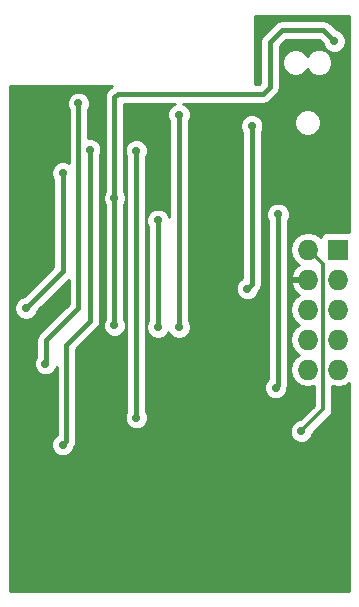
<source format=gbr>
G04 #@! TF.FileFunction,Copper,L2,Bot,Signal*
%FSLAX46Y46*%
G04 Gerber Fmt 4.6, Leading zero omitted, Abs format (unit mm)*
G04 Created by KiCad (PCBNEW 4.0.2-stable) date 20.4.2016 10:49:14*
%MOMM*%
G01*
G04 APERTURE LIST*
%ADD10C,0.050000*%
%ADD11R,1.727200X1.727200*%
%ADD12O,1.727200X1.727200*%
%ADD13C,0.711200*%
%ADD14C,0.406400*%
%ADD15C,0.304800*%
%ADD16C,0.254000*%
G04 APERTURE END LIST*
D10*
D11*
X87632170Y-147957160D03*
D12*
X85092170Y-147957160D03*
X87632170Y-150497160D03*
X85092170Y-150497160D03*
X87632170Y-153037160D03*
X85092170Y-153037160D03*
X87632170Y-155577160D03*
X85092170Y-155577160D03*
X87632170Y-158117160D03*
X85092170Y-158117160D03*
D13*
X65661170Y-135574660D03*
X62867170Y-157609160D03*
X66613670Y-139511660D03*
X64327670Y-164467160D03*
X64327670Y-141480160D03*
X61216170Y-152910160D03*
X82552170Y-144972660D03*
X82361670Y-159641160D03*
X70550670Y-162181160D03*
X70550670Y-139575160D03*
X74170170Y-136527160D03*
X74170170Y-154497660D03*
X84520670Y-163324160D03*
X68709170Y-143575660D03*
X87314670Y-130304160D03*
X68709170Y-154370660D03*
X72392170Y-145480660D03*
X72392170Y-154497660D03*
X80329670Y-137479660D03*
X79948670Y-151259160D03*
D14*
X65661170Y-152910160D02*
X65661170Y-135574660D01*
X62930670Y-155640660D02*
X65661170Y-152910160D01*
X62930670Y-157545660D02*
X62930670Y-155640660D01*
X62867170Y-157609160D02*
X62930670Y-157545660D01*
X64645170Y-156021660D02*
X66677170Y-153989660D01*
X66677170Y-139575160D02*
X66613670Y-139511660D01*
X66677170Y-153989660D02*
X66677170Y-139575160D01*
X64645170Y-164149660D02*
X64645170Y-156021660D01*
X64327670Y-164467160D02*
X64645170Y-164149660D01*
X64327670Y-149798660D02*
X64327670Y-141480160D01*
X61216170Y-152910160D02*
X64327670Y-149798660D01*
X82552170Y-159450660D02*
X82552170Y-144972660D01*
X82361670Y-159641160D02*
X82552170Y-159450660D01*
X70550670Y-162181160D02*
X70423670Y-162181160D01*
X70423670Y-162181160D02*
X70550670Y-162181160D01*
X70550670Y-162181160D02*
X70550670Y-139575160D01*
X74170170Y-154497660D02*
X74170170Y-136527160D01*
X85092170Y-147957160D02*
X85155670Y-147957160D01*
D15*
X85155670Y-147957160D02*
X86362170Y-149163660D01*
X86362170Y-161482660D02*
X84520670Y-163324160D01*
X86362170Y-149163660D02*
X86362170Y-161482660D01*
D14*
X68709170Y-143575660D02*
X68645670Y-143575660D01*
X68645670Y-143575660D02*
X68709170Y-143575660D01*
X86362170Y-129351660D02*
X87314670Y-130304160D01*
X82869670Y-129351660D02*
X86362170Y-129351660D01*
X81853670Y-130367660D02*
X82869670Y-129351660D01*
X81853670Y-134177660D02*
X81853670Y-130367660D01*
X81282170Y-134749160D02*
X81853670Y-134177660D01*
X69026670Y-134749160D02*
X81282170Y-134749160D01*
X68709170Y-135066660D02*
X69026670Y-134749160D01*
X68709170Y-154370660D02*
X68709170Y-143575660D01*
X68709170Y-143575660D02*
X68709170Y-135066660D01*
X72392170Y-154497660D02*
X72392170Y-145480660D01*
X80329670Y-150878160D02*
X80329670Y-137479660D01*
X79948670Y-151259160D02*
X80329670Y-150878160D01*
D16*
G36*
X88598170Y-146466857D02*
X88495770Y-146446120D01*
X86768570Y-146446120D01*
X86533253Y-146490398D01*
X86317129Y-146629470D01*
X86172139Y-146841670D01*
X86163262Y-146885505D01*
X85695018Y-146572634D01*
X85121529Y-146458560D01*
X85062811Y-146458560D01*
X84489322Y-146572634D01*
X84003141Y-146897490D01*
X83678285Y-147383671D01*
X83564211Y-147957160D01*
X83678285Y-148530649D01*
X84003141Y-149016830D01*
X84326398Y-149232824D01*
X84203680Y-149290339D01*
X83809482Y-149722213D01*
X83637212Y-150138134D01*
X83758353Y-150370160D01*
X84965170Y-150370160D01*
X84965170Y-150350160D01*
X85219170Y-150350160D01*
X85219170Y-150370160D01*
X85239170Y-150370160D01*
X85239170Y-150624160D01*
X85219170Y-150624160D01*
X85219170Y-150644160D01*
X84965170Y-150644160D01*
X84965170Y-150624160D01*
X83758353Y-150624160D01*
X83637212Y-150856186D01*
X83809482Y-151272107D01*
X84203680Y-151703981D01*
X84326398Y-151761496D01*
X84003141Y-151977490D01*
X83678285Y-152463671D01*
X83564211Y-153037160D01*
X83678285Y-153610649D01*
X84003141Y-154096830D01*
X84317922Y-154307160D01*
X84003141Y-154517490D01*
X83678285Y-155003671D01*
X83564211Y-155577160D01*
X83678285Y-156150649D01*
X84003141Y-156636830D01*
X84317922Y-156847160D01*
X84003141Y-157057490D01*
X83678285Y-157543671D01*
X83564211Y-158117160D01*
X83678285Y-158690649D01*
X84003141Y-159176830D01*
X84489322Y-159501686D01*
X85062811Y-159615760D01*
X85121529Y-159615760D01*
X85574770Y-159525605D01*
X85574770Y-161156508D01*
X84397826Y-162333452D01*
X84324492Y-162333388D01*
X83960273Y-162483881D01*
X83681370Y-162762298D01*
X83530242Y-163126253D01*
X83529898Y-163520338D01*
X83680391Y-163884557D01*
X83958808Y-164163460D01*
X84322763Y-164314588D01*
X84716848Y-164314932D01*
X85081067Y-164164439D01*
X85359970Y-163886022D01*
X85511098Y-163522067D01*
X85511163Y-163447219D01*
X86918946Y-162039436D01*
X87089633Y-161783985D01*
X87149570Y-161482660D01*
X87149570Y-159525605D01*
X87602811Y-159615760D01*
X87661529Y-159615760D01*
X88235018Y-159501686D01*
X88598170Y-159259035D01*
X88598170Y-176863160D01*
X59869170Y-176863160D01*
X59869170Y-153106338D01*
X60225398Y-153106338D01*
X60375891Y-153470557D01*
X60654308Y-153749460D01*
X61018263Y-153900588D01*
X61412348Y-153900932D01*
X61776567Y-153750439D01*
X62055470Y-153472022D01*
X62206598Y-153108067D01*
X62206601Y-153105123D01*
X64822970Y-150488754D01*
X64822970Y-152562966D01*
X62337973Y-155047963D01*
X62156274Y-155319894D01*
X62152685Y-155337939D01*
X62092470Y-155640660D01*
X62092470Y-156982811D01*
X62027870Y-157047298D01*
X61876742Y-157411253D01*
X61876398Y-157805338D01*
X62026891Y-158169557D01*
X62305308Y-158448460D01*
X62669263Y-158599588D01*
X63063348Y-158599932D01*
X63427567Y-158449439D01*
X63706470Y-158171022D01*
X63806970Y-157928992D01*
X63806970Y-163610478D01*
X63767273Y-163626881D01*
X63488370Y-163905298D01*
X63337242Y-164269253D01*
X63336898Y-164663338D01*
X63487391Y-165027557D01*
X63765808Y-165306460D01*
X64129763Y-165457588D01*
X64523848Y-165457932D01*
X64888067Y-165307439D01*
X65166970Y-165029022D01*
X65318098Y-164665067D01*
X65318135Y-164622227D01*
X65419566Y-164470425D01*
X65483370Y-164149660D01*
X65483370Y-156368854D01*
X67269867Y-154582357D01*
X67451566Y-154310426D01*
X67515370Y-153989660D01*
X67515370Y-139923247D01*
X67604098Y-139709567D01*
X67604442Y-139315482D01*
X67453949Y-138951263D01*
X67175532Y-138672360D01*
X66811577Y-138521232D01*
X66499370Y-138520959D01*
X66499370Y-136137620D01*
X66500470Y-136136522D01*
X66651598Y-135772567D01*
X66651942Y-135378482D01*
X66501449Y-135014263D01*
X66223032Y-134735360D01*
X65859077Y-134584232D01*
X65464992Y-134583888D01*
X65100773Y-134734381D01*
X64821870Y-135012798D01*
X64670742Y-135376753D01*
X64670398Y-135770838D01*
X64820891Y-136135057D01*
X64822970Y-136137140D01*
X64822970Y-140613221D01*
X64525577Y-140489732D01*
X64131492Y-140489388D01*
X63767273Y-140639881D01*
X63488370Y-140918298D01*
X63337242Y-141282253D01*
X63336898Y-141676338D01*
X63487391Y-142040557D01*
X63489470Y-142042640D01*
X63489470Y-149451466D01*
X61021547Y-151919389D01*
X61019992Y-151919388D01*
X60655773Y-152069881D01*
X60376870Y-152348298D01*
X60225742Y-152712253D01*
X60225398Y-153106338D01*
X59869170Y-153106338D01*
X59869170Y-134114160D01*
X68497284Y-134114160D01*
X68433973Y-134156463D01*
X68116473Y-134473963D01*
X67934774Y-134745894D01*
X67929908Y-134770357D01*
X67870970Y-135066660D01*
X67870970Y-143012700D01*
X67869870Y-143013798D01*
X67718742Y-143377753D01*
X67718398Y-143771838D01*
X67868891Y-144136057D01*
X67870970Y-144138140D01*
X67870970Y-153807700D01*
X67869870Y-153808798D01*
X67718742Y-154172753D01*
X67718398Y-154566838D01*
X67868891Y-154931057D01*
X68147308Y-155209960D01*
X68511263Y-155361088D01*
X68905348Y-155361432D01*
X69269567Y-155210939D01*
X69548470Y-154932522D01*
X69699598Y-154568567D01*
X69699942Y-154174482D01*
X69549449Y-153810263D01*
X69547370Y-153808180D01*
X69547370Y-144138620D01*
X69548470Y-144137522D01*
X69699598Y-143773567D01*
X69699942Y-143379482D01*
X69549449Y-143015263D01*
X69547370Y-143013180D01*
X69547370Y-139771338D01*
X69559898Y-139771338D01*
X69710391Y-140135557D01*
X69712470Y-140137640D01*
X69712470Y-161618200D01*
X69711370Y-161619298D01*
X69560242Y-161983253D01*
X69559898Y-162377338D01*
X69710391Y-162741557D01*
X69988808Y-163020460D01*
X70352763Y-163171588D01*
X70746848Y-163171932D01*
X71111067Y-163021439D01*
X71389970Y-162743022D01*
X71541098Y-162379067D01*
X71541442Y-161984982D01*
X71390949Y-161620763D01*
X71388870Y-161618680D01*
X71388870Y-159837338D01*
X81370898Y-159837338D01*
X81521391Y-160201557D01*
X81799808Y-160480460D01*
X82163763Y-160631588D01*
X82557848Y-160631932D01*
X82922067Y-160481439D01*
X83200970Y-160203022D01*
X83352098Y-159839067D01*
X83352270Y-159642203D01*
X83390370Y-159450660D01*
X83390370Y-145535620D01*
X83391470Y-145534522D01*
X83542598Y-145170567D01*
X83542942Y-144776482D01*
X83392449Y-144412263D01*
X83114032Y-144133360D01*
X82750077Y-143982232D01*
X82355992Y-143981888D01*
X81991773Y-144132381D01*
X81712870Y-144410798D01*
X81561742Y-144774753D01*
X81561398Y-145168838D01*
X81711891Y-145533057D01*
X81713970Y-145535140D01*
X81713970Y-158888032D01*
X81522370Y-159079298D01*
X81371242Y-159443253D01*
X81370898Y-159837338D01*
X71388870Y-159837338D01*
X71388870Y-140138120D01*
X71389970Y-140137022D01*
X71541098Y-139773067D01*
X71541442Y-139378982D01*
X71390949Y-139014763D01*
X71112532Y-138735860D01*
X70748577Y-138584732D01*
X70354492Y-138584388D01*
X69990273Y-138734881D01*
X69711370Y-139013298D01*
X69560242Y-139377253D01*
X69559898Y-139771338D01*
X69547370Y-139771338D01*
X69547370Y-135587360D01*
X73850631Y-135587360D01*
X73609773Y-135686881D01*
X73330870Y-135965298D01*
X73179742Y-136329253D01*
X73179398Y-136723338D01*
X73329891Y-137087557D01*
X73331970Y-137089640D01*
X73331970Y-145161121D01*
X73232449Y-144920263D01*
X72954032Y-144641360D01*
X72590077Y-144490232D01*
X72195992Y-144489888D01*
X71831773Y-144640381D01*
X71552870Y-144918798D01*
X71401742Y-145282753D01*
X71401398Y-145676838D01*
X71551891Y-146041057D01*
X71553970Y-146043140D01*
X71553970Y-153934700D01*
X71552870Y-153935798D01*
X71401742Y-154299753D01*
X71401398Y-154693838D01*
X71551891Y-155058057D01*
X71830308Y-155336960D01*
X72194263Y-155488088D01*
X72588348Y-155488432D01*
X72952567Y-155337939D01*
X73231470Y-155059522D01*
X73281105Y-154939987D01*
X73329891Y-155058057D01*
X73608308Y-155336960D01*
X73972263Y-155488088D01*
X74366348Y-155488432D01*
X74730567Y-155337939D01*
X75009470Y-155059522D01*
X75160598Y-154695567D01*
X75160942Y-154301482D01*
X75010449Y-153937263D01*
X75008370Y-153935180D01*
X75008370Y-151455338D01*
X78957898Y-151455338D01*
X79108391Y-151819557D01*
X79386808Y-152098460D01*
X79750763Y-152249588D01*
X80144848Y-152249932D01*
X80509067Y-152099439D01*
X80787970Y-151821022D01*
X80939098Y-151457067D01*
X80939108Y-151445803D01*
X81104066Y-151198926D01*
X81167870Y-150878160D01*
X81167870Y-138042620D01*
X81168970Y-138041522D01*
X81320098Y-137677567D01*
X81320331Y-137410435D01*
X83893473Y-137410435D01*
X84065903Y-137827746D01*
X84384905Y-138147305D01*
X84801914Y-138320463D01*
X85253445Y-138320857D01*
X85670756Y-138148427D01*
X85990315Y-137829425D01*
X86163473Y-137412416D01*
X86163867Y-136960885D01*
X85991437Y-136543574D01*
X85672435Y-136224015D01*
X85255426Y-136050857D01*
X84803895Y-136050463D01*
X84386584Y-136222893D01*
X84067025Y-136541895D01*
X83893867Y-136958904D01*
X83893473Y-137410435D01*
X81320331Y-137410435D01*
X81320442Y-137283482D01*
X81169949Y-136919263D01*
X80891532Y-136640360D01*
X80527577Y-136489232D01*
X80133492Y-136488888D01*
X79769273Y-136639381D01*
X79490370Y-136917798D01*
X79339242Y-137281753D01*
X79338898Y-137675838D01*
X79489391Y-138040057D01*
X79491470Y-138042140D01*
X79491470Y-150376241D01*
X79388273Y-150418881D01*
X79109370Y-150697298D01*
X78958242Y-151061253D01*
X78957898Y-151455338D01*
X75008370Y-151455338D01*
X75008370Y-137090120D01*
X75009470Y-137089022D01*
X75160598Y-136725067D01*
X75160942Y-136330982D01*
X75010449Y-135966763D01*
X74732032Y-135687860D01*
X74490002Y-135587360D01*
X81282170Y-135587360D01*
X81602936Y-135523556D01*
X81874867Y-135341857D01*
X82446367Y-134770357D01*
X82628066Y-134498426D01*
X82691870Y-134177660D01*
X82691870Y-132310435D01*
X82893473Y-132310435D01*
X83065903Y-132727746D01*
X83384905Y-133047305D01*
X83801914Y-133220463D01*
X84253445Y-133220857D01*
X84670756Y-133048427D01*
X84990315Y-132729425D01*
X85028550Y-132637345D01*
X85065903Y-132727746D01*
X85384905Y-133047305D01*
X85801914Y-133220463D01*
X86253445Y-133220857D01*
X86670756Y-133048427D01*
X86990315Y-132729425D01*
X87163473Y-132312416D01*
X87163867Y-131860885D01*
X86991437Y-131443574D01*
X86672435Y-131124015D01*
X86255426Y-130950857D01*
X85803895Y-130950463D01*
X85386584Y-131122893D01*
X85067025Y-131441895D01*
X85028790Y-131533975D01*
X84991437Y-131443574D01*
X84672435Y-131124015D01*
X84255426Y-130950857D01*
X83803895Y-130950463D01*
X83386584Y-131122893D01*
X83067025Y-131441895D01*
X82893867Y-131858904D01*
X82893473Y-132310435D01*
X82691870Y-132310435D01*
X82691870Y-130714854D01*
X83216864Y-130189860D01*
X86014976Y-130189860D01*
X86323899Y-130498783D01*
X86323898Y-130500338D01*
X86474391Y-130864557D01*
X86752808Y-131143460D01*
X87116763Y-131294588D01*
X87510848Y-131294932D01*
X87875067Y-131144439D01*
X88153970Y-130866022D01*
X88305098Y-130502067D01*
X88305442Y-130107982D01*
X88154949Y-129743763D01*
X87876532Y-129464860D01*
X87512577Y-129313732D01*
X87509633Y-129313729D01*
X86954867Y-128758963D01*
X86682936Y-128577264D01*
X86362170Y-128513460D01*
X82869670Y-128513460D01*
X82548904Y-128577264D01*
X82276973Y-128758963D01*
X81260973Y-129774963D01*
X81079274Y-130046894D01*
X81028101Y-130304160D01*
X81015470Y-130367660D01*
X81015470Y-133830466D01*
X80934976Y-133910960D01*
X80583670Y-133910960D01*
X80583670Y-128195160D01*
X88598170Y-128195160D01*
X88598170Y-146466857D01*
X88598170Y-146466857D01*
G37*
X88598170Y-146466857D02*
X88495770Y-146446120D01*
X86768570Y-146446120D01*
X86533253Y-146490398D01*
X86317129Y-146629470D01*
X86172139Y-146841670D01*
X86163262Y-146885505D01*
X85695018Y-146572634D01*
X85121529Y-146458560D01*
X85062811Y-146458560D01*
X84489322Y-146572634D01*
X84003141Y-146897490D01*
X83678285Y-147383671D01*
X83564211Y-147957160D01*
X83678285Y-148530649D01*
X84003141Y-149016830D01*
X84326398Y-149232824D01*
X84203680Y-149290339D01*
X83809482Y-149722213D01*
X83637212Y-150138134D01*
X83758353Y-150370160D01*
X84965170Y-150370160D01*
X84965170Y-150350160D01*
X85219170Y-150350160D01*
X85219170Y-150370160D01*
X85239170Y-150370160D01*
X85239170Y-150624160D01*
X85219170Y-150624160D01*
X85219170Y-150644160D01*
X84965170Y-150644160D01*
X84965170Y-150624160D01*
X83758353Y-150624160D01*
X83637212Y-150856186D01*
X83809482Y-151272107D01*
X84203680Y-151703981D01*
X84326398Y-151761496D01*
X84003141Y-151977490D01*
X83678285Y-152463671D01*
X83564211Y-153037160D01*
X83678285Y-153610649D01*
X84003141Y-154096830D01*
X84317922Y-154307160D01*
X84003141Y-154517490D01*
X83678285Y-155003671D01*
X83564211Y-155577160D01*
X83678285Y-156150649D01*
X84003141Y-156636830D01*
X84317922Y-156847160D01*
X84003141Y-157057490D01*
X83678285Y-157543671D01*
X83564211Y-158117160D01*
X83678285Y-158690649D01*
X84003141Y-159176830D01*
X84489322Y-159501686D01*
X85062811Y-159615760D01*
X85121529Y-159615760D01*
X85574770Y-159525605D01*
X85574770Y-161156508D01*
X84397826Y-162333452D01*
X84324492Y-162333388D01*
X83960273Y-162483881D01*
X83681370Y-162762298D01*
X83530242Y-163126253D01*
X83529898Y-163520338D01*
X83680391Y-163884557D01*
X83958808Y-164163460D01*
X84322763Y-164314588D01*
X84716848Y-164314932D01*
X85081067Y-164164439D01*
X85359970Y-163886022D01*
X85511098Y-163522067D01*
X85511163Y-163447219D01*
X86918946Y-162039436D01*
X87089633Y-161783985D01*
X87149570Y-161482660D01*
X87149570Y-159525605D01*
X87602811Y-159615760D01*
X87661529Y-159615760D01*
X88235018Y-159501686D01*
X88598170Y-159259035D01*
X88598170Y-176863160D01*
X59869170Y-176863160D01*
X59869170Y-153106338D01*
X60225398Y-153106338D01*
X60375891Y-153470557D01*
X60654308Y-153749460D01*
X61018263Y-153900588D01*
X61412348Y-153900932D01*
X61776567Y-153750439D01*
X62055470Y-153472022D01*
X62206598Y-153108067D01*
X62206601Y-153105123D01*
X64822970Y-150488754D01*
X64822970Y-152562966D01*
X62337973Y-155047963D01*
X62156274Y-155319894D01*
X62152685Y-155337939D01*
X62092470Y-155640660D01*
X62092470Y-156982811D01*
X62027870Y-157047298D01*
X61876742Y-157411253D01*
X61876398Y-157805338D01*
X62026891Y-158169557D01*
X62305308Y-158448460D01*
X62669263Y-158599588D01*
X63063348Y-158599932D01*
X63427567Y-158449439D01*
X63706470Y-158171022D01*
X63806970Y-157928992D01*
X63806970Y-163610478D01*
X63767273Y-163626881D01*
X63488370Y-163905298D01*
X63337242Y-164269253D01*
X63336898Y-164663338D01*
X63487391Y-165027557D01*
X63765808Y-165306460D01*
X64129763Y-165457588D01*
X64523848Y-165457932D01*
X64888067Y-165307439D01*
X65166970Y-165029022D01*
X65318098Y-164665067D01*
X65318135Y-164622227D01*
X65419566Y-164470425D01*
X65483370Y-164149660D01*
X65483370Y-156368854D01*
X67269867Y-154582357D01*
X67451566Y-154310426D01*
X67515370Y-153989660D01*
X67515370Y-139923247D01*
X67604098Y-139709567D01*
X67604442Y-139315482D01*
X67453949Y-138951263D01*
X67175532Y-138672360D01*
X66811577Y-138521232D01*
X66499370Y-138520959D01*
X66499370Y-136137620D01*
X66500470Y-136136522D01*
X66651598Y-135772567D01*
X66651942Y-135378482D01*
X66501449Y-135014263D01*
X66223032Y-134735360D01*
X65859077Y-134584232D01*
X65464992Y-134583888D01*
X65100773Y-134734381D01*
X64821870Y-135012798D01*
X64670742Y-135376753D01*
X64670398Y-135770838D01*
X64820891Y-136135057D01*
X64822970Y-136137140D01*
X64822970Y-140613221D01*
X64525577Y-140489732D01*
X64131492Y-140489388D01*
X63767273Y-140639881D01*
X63488370Y-140918298D01*
X63337242Y-141282253D01*
X63336898Y-141676338D01*
X63487391Y-142040557D01*
X63489470Y-142042640D01*
X63489470Y-149451466D01*
X61021547Y-151919389D01*
X61019992Y-151919388D01*
X60655773Y-152069881D01*
X60376870Y-152348298D01*
X60225742Y-152712253D01*
X60225398Y-153106338D01*
X59869170Y-153106338D01*
X59869170Y-134114160D01*
X68497284Y-134114160D01*
X68433973Y-134156463D01*
X68116473Y-134473963D01*
X67934774Y-134745894D01*
X67929908Y-134770357D01*
X67870970Y-135066660D01*
X67870970Y-143012700D01*
X67869870Y-143013798D01*
X67718742Y-143377753D01*
X67718398Y-143771838D01*
X67868891Y-144136057D01*
X67870970Y-144138140D01*
X67870970Y-153807700D01*
X67869870Y-153808798D01*
X67718742Y-154172753D01*
X67718398Y-154566838D01*
X67868891Y-154931057D01*
X68147308Y-155209960D01*
X68511263Y-155361088D01*
X68905348Y-155361432D01*
X69269567Y-155210939D01*
X69548470Y-154932522D01*
X69699598Y-154568567D01*
X69699942Y-154174482D01*
X69549449Y-153810263D01*
X69547370Y-153808180D01*
X69547370Y-144138620D01*
X69548470Y-144137522D01*
X69699598Y-143773567D01*
X69699942Y-143379482D01*
X69549449Y-143015263D01*
X69547370Y-143013180D01*
X69547370Y-139771338D01*
X69559898Y-139771338D01*
X69710391Y-140135557D01*
X69712470Y-140137640D01*
X69712470Y-161618200D01*
X69711370Y-161619298D01*
X69560242Y-161983253D01*
X69559898Y-162377338D01*
X69710391Y-162741557D01*
X69988808Y-163020460D01*
X70352763Y-163171588D01*
X70746848Y-163171932D01*
X71111067Y-163021439D01*
X71389970Y-162743022D01*
X71541098Y-162379067D01*
X71541442Y-161984982D01*
X71390949Y-161620763D01*
X71388870Y-161618680D01*
X71388870Y-159837338D01*
X81370898Y-159837338D01*
X81521391Y-160201557D01*
X81799808Y-160480460D01*
X82163763Y-160631588D01*
X82557848Y-160631932D01*
X82922067Y-160481439D01*
X83200970Y-160203022D01*
X83352098Y-159839067D01*
X83352270Y-159642203D01*
X83390370Y-159450660D01*
X83390370Y-145535620D01*
X83391470Y-145534522D01*
X83542598Y-145170567D01*
X83542942Y-144776482D01*
X83392449Y-144412263D01*
X83114032Y-144133360D01*
X82750077Y-143982232D01*
X82355992Y-143981888D01*
X81991773Y-144132381D01*
X81712870Y-144410798D01*
X81561742Y-144774753D01*
X81561398Y-145168838D01*
X81711891Y-145533057D01*
X81713970Y-145535140D01*
X81713970Y-158888032D01*
X81522370Y-159079298D01*
X81371242Y-159443253D01*
X81370898Y-159837338D01*
X71388870Y-159837338D01*
X71388870Y-140138120D01*
X71389970Y-140137022D01*
X71541098Y-139773067D01*
X71541442Y-139378982D01*
X71390949Y-139014763D01*
X71112532Y-138735860D01*
X70748577Y-138584732D01*
X70354492Y-138584388D01*
X69990273Y-138734881D01*
X69711370Y-139013298D01*
X69560242Y-139377253D01*
X69559898Y-139771338D01*
X69547370Y-139771338D01*
X69547370Y-135587360D01*
X73850631Y-135587360D01*
X73609773Y-135686881D01*
X73330870Y-135965298D01*
X73179742Y-136329253D01*
X73179398Y-136723338D01*
X73329891Y-137087557D01*
X73331970Y-137089640D01*
X73331970Y-145161121D01*
X73232449Y-144920263D01*
X72954032Y-144641360D01*
X72590077Y-144490232D01*
X72195992Y-144489888D01*
X71831773Y-144640381D01*
X71552870Y-144918798D01*
X71401742Y-145282753D01*
X71401398Y-145676838D01*
X71551891Y-146041057D01*
X71553970Y-146043140D01*
X71553970Y-153934700D01*
X71552870Y-153935798D01*
X71401742Y-154299753D01*
X71401398Y-154693838D01*
X71551891Y-155058057D01*
X71830308Y-155336960D01*
X72194263Y-155488088D01*
X72588348Y-155488432D01*
X72952567Y-155337939D01*
X73231470Y-155059522D01*
X73281105Y-154939987D01*
X73329891Y-155058057D01*
X73608308Y-155336960D01*
X73972263Y-155488088D01*
X74366348Y-155488432D01*
X74730567Y-155337939D01*
X75009470Y-155059522D01*
X75160598Y-154695567D01*
X75160942Y-154301482D01*
X75010449Y-153937263D01*
X75008370Y-153935180D01*
X75008370Y-151455338D01*
X78957898Y-151455338D01*
X79108391Y-151819557D01*
X79386808Y-152098460D01*
X79750763Y-152249588D01*
X80144848Y-152249932D01*
X80509067Y-152099439D01*
X80787970Y-151821022D01*
X80939098Y-151457067D01*
X80939108Y-151445803D01*
X81104066Y-151198926D01*
X81167870Y-150878160D01*
X81167870Y-138042620D01*
X81168970Y-138041522D01*
X81320098Y-137677567D01*
X81320331Y-137410435D01*
X83893473Y-137410435D01*
X84065903Y-137827746D01*
X84384905Y-138147305D01*
X84801914Y-138320463D01*
X85253445Y-138320857D01*
X85670756Y-138148427D01*
X85990315Y-137829425D01*
X86163473Y-137412416D01*
X86163867Y-136960885D01*
X85991437Y-136543574D01*
X85672435Y-136224015D01*
X85255426Y-136050857D01*
X84803895Y-136050463D01*
X84386584Y-136222893D01*
X84067025Y-136541895D01*
X83893867Y-136958904D01*
X83893473Y-137410435D01*
X81320331Y-137410435D01*
X81320442Y-137283482D01*
X81169949Y-136919263D01*
X80891532Y-136640360D01*
X80527577Y-136489232D01*
X80133492Y-136488888D01*
X79769273Y-136639381D01*
X79490370Y-136917798D01*
X79339242Y-137281753D01*
X79338898Y-137675838D01*
X79489391Y-138040057D01*
X79491470Y-138042140D01*
X79491470Y-150376241D01*
X79388273Y-150418881D01*
X79109370Y-150697298D01*
X78958242Y-151061253D01*
X78957898Y-151455338D01*
X75008370Y-151455338D01*
X75008370Y-137090120D01*
X75009470Y-137089022D01*
X75160598Y-136725067D01*
X75160942Y-136330982D01*
X75010449Y-135966763D01*
X74732032Y-135687860D01*
X74490002Y-135587360D01*
X81282170Y-135587360D01*
X81602936Y-135523556D01*
X81874867Y-135341857D01*
X82446367Y-134770357D01*
X82628066Y-134498426D01*
X82691870Y-134177660D01*
X82691870Y-132310435D01*
X82893473Y-132310435D01*
X83065903Y-132727746D01*
X83384905Y-133047305D01*
X83801914Y-133220463D01*
X84253445Y-133220857D01*
X84670756Y-133048427D01*
X84990315Y-132729425D01*
X85028550Y-132637345D01*
X85065903Y-132727746D01*
X85384905Y-133047305D01*
X85801914Y-133220463D01*
X86253445Y-133220857D01*
X86670756Y-133048427D01*
X86990315Y-132729425D01*
X87163473Y-132312416D01*
X87163867Y-131860885D01*
X86991437Y-131443574D01*
X86672435Y-131124015D01*
X86255426Y-130950857D01*
X85803895Y-130950463D01*
X85386584Y-131122893D01*
X85067025Y-131441895D01*
X85028790Y-131533975D01*
X84991437Y-131443574D01*
X84672435Y-131124015D01*
X84255426Y-130950857D01*
X83803895Y-130950463D01*
X83386584Y-131122893D01*
X83067025Y-131441895D01*
X82893867Y-131858904D01*
X82893473Y-132310435D01*
X82691870Y-132310435D01*
X82691870Y-130714854D01*
X83216864Y-130189860D01*
X86014976Y-130189860D01*
X86323899Y-130498783D01*
X86323898Y-130500338D01*
X86474391Y-130864557D01*
X86752808Y-131143460D01*
X87116763Y-131294588D01*
X87510848Y-131294932D01*
X87875067Y-131144439D01*
X88153970Y-130866022D01*
X88305098Y-130502067D01*
X88305442Y-130107982D01*
X88154949Y-129743763D01*
X87876532Y-129464860D01*
X87512577Y-129313732D01*
X87509633Y-129313729D01*
X86954867Y-128758963D01*
X86682936Y-128577264D01*
X86362170Y-128513460D01*
X82869670Y-128513460D01*
X82548904Y-128577264D01*
X82276973Y-128758963D01*
X81260973Y-129774963D01*
X81079274Y-130046894D01*
X81028101Y-130304160D01*
X81015470Y-130367660D01*
X81015470Y-133830466D01*
X80934976Y-133910960D01*
X80583670Y-133910960D01*
X80583670Y-128195160D01*
X88598170Y-128195160D01*
X88598170Y-146466857D01*
G36*
X87759170Y-150370160D02*
X87779170Y-150370160D01*
X87779170Y-150624160D01*
X87759170Y-150624160D01*
X87759170Y-150644160D01*
X87505170Y-150644160D01*
X87505170Y-150624160D01*
X87485170Y-150624160D01*
X87485170Y-150370160D01*
X87505170Y-150370160D01*
X87505170Y-150350160D01*
X87759170Y-150350160D01*
X87759170Y-150370160D01*
X87759170Y-150370160D01*
G37*
X87759170Y-150370160D02*
X87779170Y-150370160D01*
X87779170Y-150624160D01*
X87759170Y-150624160D01*
X87759170Y-150644160D01*
X87505170Y-150644160D01*
X87505170Y-150624160D01*
X87485170Y-150624160D01*
X87485170Y-150370160D01*
X87505170Y-150370160D01*
X87505170Y-150350160D01*
X87759170Y-150350160D01*
X87759170Y-150370160D01*
M02*

</source>
